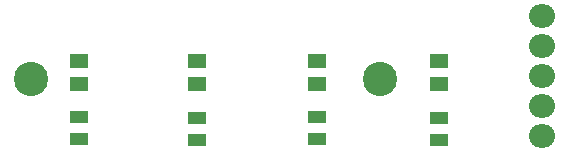
<source format=gts>
%FSLAX24Y24*%
%MOIN*%
G70*
G01*
G75*
G04 Layer_Color=8388736*
%ADD10R,0.0551X0.0374*%
%ADD11R,0.0551X0.0354*%
%ADD12C,0.0197*%
%ADD13C,0.1063*%
%ADD14O,0.0787X0.0709*%
%ADD15C,0.0098*%
%ADD16C,0.0079*%
%ADD17C,0.0100*%
%ADD18R,0.0631X0.0454*%
%ADD19R,0.0631X0.0434*%
%ADD20C,0.1143*%
%ADD21O,0.0867X0.0789*%
D18*
X52300Y16556D02*
D03*
Y17344D02*
D03*
X48250Y16556D02*
D03*
Y17344D02*
D03*
X44250Y16556D02*
D03*
Y17344D02*
D03*
X40300Y16556D02*
D03*
Y17344D02*
D03*
D19*
Y15474D02*
D03*
Y14726D02*
D03*
X52300Y15450D02*
D03*
Y14702D02*
D03*
X48250Y15474D02*
D03*
Y14726D02*
D03*
X44250Y15450D02*
D03*
Y14702D02*
D03*
D20*
X50350Y16750D02*
D03*
X38700D02*
D03*
D21*
X55750Y14850D02*
D03*
Y15850D02*
D03*
Y16850D02*
D03*
Y17850D02*
D03*
X55748Y18850D02*
D03*
M02*

</source>
